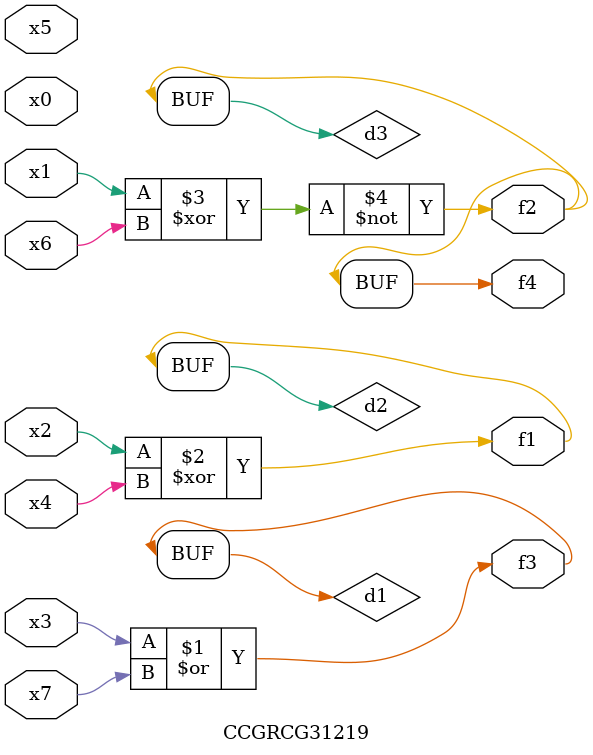
<source format=v>
module CCGRCG31219(
	input x0, x1, x2, x3, x4, x5, x6, x7,
	output f1, f2, f3, f4
);

	wire d1, d2, d3;

	or (d1, x3, x7);
	xor (d2, x2, x4);
	xnor (d3, x1, x6);
	assign f1 = d2;
	assign f2 = d3;
	assign f3 = d1;
	assign f4 = d3;
endmodule

</source>
